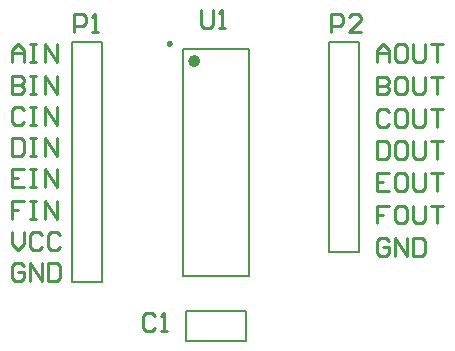
<source format=gto>
G04*
G04 #@! TF.GenerationSoftware,Altium Limited,Altium Designer,20.1.8 (145)*
G04*
G04 Layer_Color=65535*
%FSAX24Y24*%
%MOIN*%
G70*
G04*
G04 #@! TF.SameCoordinates,3F2FBEFA-A0AD-4D30-A010-8835F8A90960*
G04*
G04*
G04 #@! TF.FilePolarity,Positive*
G04*
G01*
G75*
%ADD10C,0.0050*%
%ADD11C,0.0079*%
%ADD12C,0.0100*%
D10*
X030774Y028503D02*
G03*
X030774Y028503I-000170J000000D01*
G01*
X030738D02*
G03*
X030738Y028503I-000135J000000D01*
G01*
X030710D02*
G03*
X030710Y028503I-000106J000000D01*
G01*
X030674D02*
G03*
X030674Y028503I-000071J000000D01*
G01*
X030645Y028493D02*
G03*
X030645Y028493I-000032J000000D01*
G01*
X030632Y028543D02*
G03*
X030632Y028543I-000058J000000D01*
G01*
X030620Y028493D02*
G03*
X030620Y028493I-000057J000000D01*
G01*
X029864Y029073D02*
G03*
X029864Y029073I-000071J000000D01*
G01*
X029838Y029083D02*
G03*
X029838Y029083I-000045J000000D01*
G01*
X029816D02*
G03*
X029816Y029083I-000022J000000D01*
G01*
D11*
X030241Y028892D02*
X032446D01*
Y021333D02*
Y028892D01*
X030241Y021333D02*
X032446D01*
X030241D02*
Y028892D01*
X035094Y022129D02*
Y029129D01*
Y022129D02*
X036094D01*
Y029129D01*
X035094D02*
X036094D01*
X026544D02*
X027544D01*
Y021129D02*
Y029129D01*
X026544Y021129D02*
X027544D01*
X026544D02*
Y029129D01*
X030344Y020156D02*
X032344D01*
X030344Y019156D02*
Y020156D01*
Y019156D02*
X032344D01*
Y020156D01*
D12*
X030844Y030213D02*
Y029713D01*
X030944Y029613D01*
X031144D01*
X031244Y029713D01*
Y030213D01*
X031444Y029613D02*
X031644D01*
X031544D01*
Y030213D01*
X031444Y030113D01*
X035150Y029466D02*
Y030066D01*
X035450D01*
X035550Y029966D01*
Y029766D01*
X035450Y029666D01*
X035150D01*
X036150Y029466D02*
X035750D01*
X036150Y029866D01*
Y029966D01*
X036050Y030066D01*
X035850D01*
X035750Y029966D01*
X026600Y029466D02*
Y030066D01*
X026900D01*
X027000Y029966D01*
Y029766D01*
X026900Y029666D01*
X026600D01*
X027200Y029466D02*
X027400D01*
X027300D01*
Y030066D01*
X027200Y029966D01*
X029294Y020006D02*
X029194Y020106D01*
X028994D01*
X028894Y020006D01*
Y019606D01*
X028994Y019506D01*
X029194D01*
X029294Y019606D01*
X029494Y019506D02*
X029694D01*
X029594D01*
Y020106D01*
X029494Y020006D01*
X036694Y028463D02*
Y028862D01*
X036894Y029062D01*
X037094Y028862D01*
Y028463D01*
Y028763D01*
X036694D01*
X037593Y029062D02*
X037393D01*
X037294Y028962D01*
Y028563D01*
X037393Y028463D01*
X037593D01*
X037693Y028563D01*
Y028962D01*
X037593Y029062D01*
X037893D02*
Y028563D01*
X037993Y028463D01*
X038193D01*
X038293Y028563D01*
Y029062D01*
X038493D02*
X038893D01*
X038693D01*
Y028463D01*
X036694Y027987D02*
Y027388D01*
X036994D01*
X037094Y027488D01*
Y027588D01*
X036994Y027687D01*
X036694D01*
X036994D01*
X037094Y027787D01*
Y027887D01*
X036994Y027987D01*
X036694D01*
X037593D02*
X037393D01*
X037294Y027887D01*
Y027488D01*
X037393Y027388D01*
X037593D01*
X037693Y027488D01*
Y027887D01*
X037593Y027987D01*
X037893D02*
Y027488D01*
X037993Y027388D01*
X038193D01*
X038293Y027488D01*
Y027987D01*
X038493D02*
X038893D01*
X038693D01*
Y027388D01*
X037094Y026812D02*
X036994Y026912D01*
X036794D01*
X036694Y026812D01*
Y026413D01*
X036794Y026313D01*
X036994D01*
X037094Y026413D01*
X037593Y026912D02*
X037393D01*
X037294Y026812D01*
Y026413D01*
X037393Y026313D01*
X037593D01*
X037693Y026413D01*
Y026812D01*
X037593Y026912D01*
X037893D02*
Y026413D01*
X037993Y026313D01*
X038193D01*
X038293Y026413D01*
Y026912D01*
X038493D02*
X038893D01*
X038693D01*
Y026313D01*
X036694Y025837D02*
Y025238D01*
X036994D01*
X037094Y025338D01*
Y025737D01*
X036994Y025837D01*
X036694D01*
X037593D02*
X037393D01*
X037294Y025737D01*
Y025338D01*
X037393Y025238D01*
X037593D01*
X037693Y025338D01*
Y025737D01*
X037593Y025837D01*
X037893D02*
Y025338D01*
X037993Y025238D01*
X038193D01*
X038293Y025338D01*
Y025837D01*
X038493D02*
X038893D01*
X038693D01*
Y025238D01*
X037094Y024762D02*
X036694D01*
Y024163D01*
X037094D01*
X036694Y024462D02*
X036894D01*
X037593Y024762D02*
X037393D01*
X037294Y024662D01*
Y024263D01*
X037393Y024163D01*
X037593D01*
X037693Y024263D01*
Y024662D01*
X037593Y024762D01*
X037893D02*
Y024263D01*
X037993Y024163D01*
X038193D01*
X038293Y024263D01*
Y024762D01*
X038493D02*
X038893D01*
X038693D01*
Y024163D01*
X037094Y023687D02*
X036694D01*
Y023387D01*
X036894D01*
X036694D01*
Y023088D01*
X037593Y023687D02*
X037393D01*
X037294Y023587D01*
Y023188D01*
X037393Y023088D01*
X037593D01*
X037693Y023188D01*
Y023587D01*
X037593Y023687D01*
X037893D02*
Y023188D01*
X037993Y023088D01*
X038193D01*
X038293Y023188D01*
Y023687D01*
X038493D02*
X038893D01*
X038693D01*
Y023088D01*
X037094Y022512D02*
X036994Y022612D01*
X036794D01*
X036694Y022512D01*
Y022113D01*
X036794Y022013D01*
X036994D01*
X037094Y022113D01*
Y022313D01*
X036894D01*
X037294Y022013D02*
Y022612D01*
X037693Y022013D01*
Y022612D01*
X037893D02*
Y022013D01*
X038193D01*
X038293Y022113D01*
Y022512D01*
X038193Y022612D01*
X037893D01*
X024944Y026877D02*
X024844Y026977D01*
X024644D01*
X024544Y026877D01*
Y026477D01*
X024644Y026377D01*
X024844D01*
X024944Y026477D01*
X025144Y026977D02*
X025343D01*
X025243D01*
Y026377D01*
X025144D01*
X025343D01*
X025643D02*
Y026977D01*
X026043Y026377D01*
Y026977D01*
X024944Y021662D02*
X024844Y021762D01*
X024644D01*
X024544Y021662D01*
Y021263D01*
X024644Y021163D01*
X024844D01*
X024944Y021263D01*
Y021463D01*
X024744D01*
X025144Y021163D02*
Y021762D01*
X025543Y021163D01*
Y021762D01*
X025743D02*
Y021163D01*
X026043D01*
X026143Y021263D01*
Y021662D01*
X026043Y021762D01*
X025743D01*
X024544Y022805D02*
Y022405D01*
X024744Y022205D01*
X024944Y022405D01*
Y022805D01*
X025543Y022705D02*
X025443Y022805D01*
X025243D01*
X025144Y022705D01*
Y022305D01*
X025243Y022205D01*
X025443D01*
X025543Y022305D01*
X026143Y022705D02*
X026043Y022805D01*
X025843D01*
X025743Y022705D01*
Y022305D01*
X025843Y022205D01*
X026043D01*
X026143Y022305D01*
X024944Y023848D02*
X024544D01*
Y023548D01*
X024744D01*
X024544D01*
Y023248D01*
X025144Y023848D02*
X025343D01*
X025243D01*
Y023248D01*
X025144D01*
X025343D01*
X025643D02*
Y023848D01*
X026043Y023248D01*
Y023848D01*
X024944Y024891D02*
X024544D01*
Y024291D01*
X024944D01*
X024544Y024591D02*
X024744D01*
X025144Y024891D02*
X025343D01*
X025243D01*
Y024291D01*
X025144D01*
X025343D01*
X025643D02*
Y024891D01*
X026043Y024291D01*
Y024891D01*
X024544Y025934D02*
Y025334D01*
X024844D01*
X024944Y025434D01*
Y025834D01*
X024844Y025934D01*
X024544D01*
X025144D02*
X025343D01*
X025243D01*
Y025334D01*
X025144D01*
X025343D01*
X025643D02*
Y025934D01*
X026043Y025334D01*
Y025934D01*
X024544Y028020D02*
Y027420D01*
X024844D01*
X024944Y027520D01*
Y027620D01*
X024844Y027720D01*
X024544D01*
X024844D01*
X024944Y027820D01*
Y027920D01*
X024844Y028020D01*
X024544D01*
X025144D02*
X025343D01*
X025243D01*
Y027420D01*
X025144D01*
X025343D01*
X025643D02*
Y028020D01*
X026043Y027420D01*
Y028020D01*
X024544Y028463D02*
Y028862D01*
X024744Y029062D01*
X024944Y028862D01*
Y028463D01*
Y028763D01*
X024544D01*
X025144Y029062D02*
X025343D01*
X025243D01*
Y028463D01*
X025144D01*
X025343D01*
X025643D02*
Y029062D01*
X026043Y028463D01*
Y029062D01*
M02*

</source>
